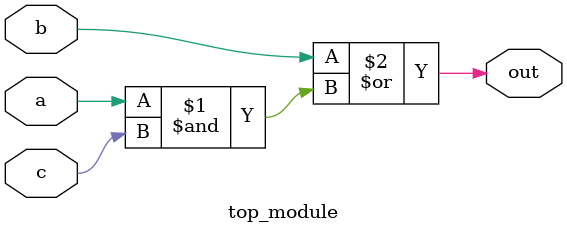
<source format=sv>
module top_module(
    input a, 
    input b,
    input c,
    output out
);

assign out = b | (a & c);

endmodule

</source>
